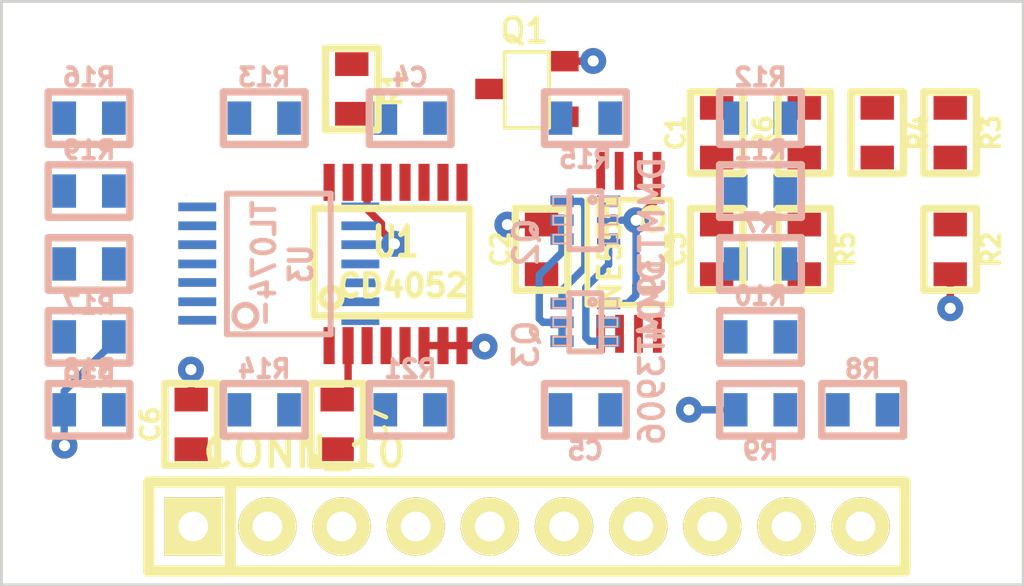
<source format=kicad_pcb>
(kicad_pcb (version 3) (host pcbnew "(2014-02-02 BZR 4653)-product")

  (general
    (links 89)
    (no_connects 77)
    (area 97.949999 73.94946 133.050001 95.60045)
    (thickness 1.6)
    (drawings 4)
    (tracks 68)
    (zones 0)
    (modules 35)
    (nets 30)
  )

  (page A3)
  (layers
    (15 F.Cu signal)
    (0 B.Cu signal)
    (16 B.Adhes user)
    (17 F.Adhes user)
    (18 B.Paste user)
    (19 F.Paste user)
    (20 B.SilkS user)
    (21 F.SilkS user)
    (22 B.Mask user)
    (23 F.Mask user)
    (24 Dwgs.User user)
    (25 Cmts.User user)
    (26 Eco1.User user)
    (27 Eco2.User user)
    (28 Edge.Cuts user)
  )

  (setup
    (last_trace_width 0.254)
    (trace_clearance 0.254)
    (zone_clearance 0.254)
    (zone_45_only no)
    (trace_min 0.254)
    (segment_width 0.2)
    (edge_width 0.1)
    (via_size 0.889)
    (via_drill 0.381)
    (via_min_size 0.889)
    (via_min_drill 0.381)
    (uvia_size 0.508)
    (uvia_drill 0.127)
    (uvias_allowed no)
    (uvia_min_size 0.508)
    (uvia_min_drill 0.127)
    (pcb_text_width 0.3)
    (pcb_text_size 1.5 1.5)
    (mod_edge_width 0.15)
    (mod_text_size 1 1)
    (mod_text_width 0.15)
    (pad_size 1.5 1.5)
    (pad_drill 0.6)
    (pad_to_mask_clearance 0)
    (aux_axis_origin 0 0)
    (visible_elements 7FFEFFFF)
    (pcbplotparams
      (layerselection 3178497)
      (usegerberextensions true)
      (excludeedgelayer true)
      (linewidth 0.150000)
      (plotframeref false)
      (viasonmask false)
      (mode 1)
      (useauxorigin false)
      (hpglpennumber 1)
      (hpglpenspeed 20)
      (hpglpendiameter 15)
      (hpglpenoverlay 2)
      (psnegative false)
      (psa4output false)
      (plotreference true)
      (plotvalue true)
      (plotothertext true)
      (plotinvisibletext false)
      (padsonsilk false)
      (subtractmaskfromsilk false)
      (outputformat 1)
      (mirror false)
      (drillshape 1)
      (scaleselection 1)
      (outputdirectory ""))
  )

  (net 0 "")
  (net 1 +12V)
  (net 2 -12V)
  (net 3 ATTACK)
  (net 4 DECAY)
  (net 5 "ENV OUT")
  (net 6 GATE)
  (net 7 GND)
  (net 8 N-0000010)
  (net 9 N-0000011)
  (net 10 N-0000012)
  (net 11 N-0000015)
  (net 12 N-0000016)
  (net 13 N-000002)
  (net 14 N-0000021)
  (net 15 N-0000022)
  (net 16 N-0000023)
  (net 17 N-0000024)
  (net 18 N-0000025)
  (net 19 N-0000027)
  (net 20 N-0000028)
  (net 21 N-0000029)
  (net 22 N-000003)
  (net 23 N-0000030)
  (net 24 N-000004)
  (net 25 N-000007)
  (net 26 N-000008)
  (net 27 N-000009)
  (net 28 RELEASE)
  (net 29 SUSTAIN)

  (net_class Default "This is the default net class."
    (clearance 0.254)
    (trace_width 0.254)
    (via_dia 0.889)
    (via_drill 0.381)
    (uvia_dia 0.508)
    (uvia_drill 0.127)
    (add_net "")
    (add_net GND)
    (add_net N-0000010)
    (add_net N-0000011)
    (add_net N-0000012)
    (add_net N-0000015)
    (add_net N-0000016)
    (add_net N-000002)
    (add_net N-0000021)
    (add_net N-0000022)
    (add_net N-0000023)
    (add_net N-0000024)
    (add_net N-0000025)
    (add_net N-0000027)
    (add_net N-0000028)
    (add_net N-0000029)
    (add_net N-000003)
    (add_net N-0000030)
    (add_net N-000004)
    (add_net N-000007)
    (add_net N-000008)
    (add_net N-000009)
  )

  (net_class POWER ""
    (clearance 0.254)
    (trace_width 0.3556)
    (via_dia 1.143)
    (via_drill 0.6096)
    (uvia_dia 0.508)
    (uvia_drill 0.127)
    (add_net +12V)
    (add_net -12V)
  )

  (net_class SIGNAL ""
    (clearance 0.254)
    (trace_width 0.254)
    (via_dia 0.889)
    (via_drill 0.381)
    (uvia_dia 0.508)
    (uvia_drill 0.127)
    (add_net ATTACK)
    (add_net DECAY)
    (add_net "ENV OUT")
    (add_net GATE)
    (add_net RELEASE)
    (add_net SUSTAIN)
  )

  (module TSSOP8-JRL (layer F.Cu) (tedit 52EC3DDF) (tstamp 52EC3E46)
    (at 119.5 82.5 180)
    (path /52EA6826)
    (attr smd)
    (fp_text reference U2 (at 0 -4.2 180) (layer F.SilkS) hide
      (effects (font (size 0.762 0.635) (thickness 0.15875)))
    )
    (fp_text value NE555 (at 0.65 -0.1 270) (layer F.SilkS)
      (effects (font (size 0.762 0.762) (thickness 0.16002)))
    )
    (fp_line (start -1.43 -1.9) (end 1.43 -1.9) (layer F.SilkS) (width 0.2))
    (fp_line (start 1.43 -1.9) (end 1.43 1.7) (layer F.SilkS) (width 0.2))
    (fp_line (start 1.43 1.7) (end -1.43 1.7) (layer F.SilkS) (width 0.2))
    (fp_line (start -1.438 1.678) (end -1.438 -1.878) (layer F.SilkS) (width 0.2))
    (fp_circle (center -0.803 1.043) (end -1.184 1.043) (layer F.SilkS) (width 0.2))
    (pad 1 smd rect (at -0.9554 2.694 180) (size 0.29972 1.30048) (layers F.Cu F.Paste F.Mask)
      (net 7 GND))
    (pad 2 smd rect (at -0.3204 2.694 180) (size 0.29972 1.30048) (layers F.Cu F.Paste F.Mask)
      (net 10 N-0000012))
    (pad 3 smd rect (at 0.34 2.694 180) (size 0.29972 1.30048) (layers F.Cu F.Paste F.Mask)
      (net 24 N-000004))
    (pad 4 smd rect (at 0.975 2.694 180) (size 0.29972 1.30048) (layers F.Cu F.Paste F.Mask)
      (net 1 +12V))
    (pad 5 smd rect (at 0.975 -2.894 180) (size 0.29972 1.30048) (layers F.Cu F.Paste F.Mask)
      (net 9 N-0000011))
    (pad 6 smd rect (at 0.3273 -2.894 180) (size 0.29972 1.30048) (layers F.Cu F.Paste F.Mask)
      (net 22 N-000003))
    (pad 7 smd rect (at -0.3204 -2.894 180) (size 0.29972 1.30048) (layers F.Cu F.Paste F.Mask))
    (pad 8 smd rect (at -0.9681 -2.894 180) (size 0.29972 1.30048) (layers F.Cu F.Paste F.Mask)
      (net 1 +12V))
    (model smd\smd_dil\tssop-14.wrl
      (at (xyz 0 0 0))
      (scale (xyz 1 1 1))
      (rotate (xyz 0 0 0))
    )
  )

  (module TSSOP16 (layer F.Cu) (tedit 4E43E09E) (tstamp 52EC3E5F)
    (at 111.5 83)
    (path /52E9DAA2)
    (attr smd)
    (fp_text reference U1 (at 0 -0.7493) (layer F.SilkS)
      (effects (font (size 1.016 0.762) (thickness 0.1905)))
    )
    (fp_text value CD4052 (at 0.24892 0.7493) (layer F.SilkS)
      (effects (font (size 0.762 0.762) (thickness 0.1905)))
    )
    (fp_line (start -2.794 -1.905) (end 2.54 -1.905) (layer F.SilkS) (width 0.254))
    (fp_line (start 2.54 -1.905) (end 2.54 1.778) (layer F.SilkS) (width 0.254))
    (fp_line (start 2.54 1.778) (end -2.794 1.778) (layer F.SilkS) (width 0.254))
    (fp_line (start -2.794 1.778) (end -2.794 -1.905) (layer F.SilkS) (width 0.254))
    (fp_circle (center -2.20218 1.15824) (end -2.40538 1.41224) (layer F.SilkS) (width 0.254))
    (pad 1 smd rect (at -2.27584 2.79908) (size 0.381 1.27) (layers F.Cu F.Paste F.Mask)
      (net 4 DECAY))
    (pad 2 smd rect (at -1.6256 2.79908) (size 0.381 1.27) (layers F.Cu F.Paste F.Mask)
      (net 7 GND))
    (pad 3 smd rect (at -0.97536 2.79908) (size 0.381 1.27) (layers F.Cu F.Paste F.Mask)
      (net 26 N-000008))
    (pad 4 smd rect (at -0.32512 2.79908) (size 0.381 1.27) (layers F.Cu F.Paste F.Mask)
      (net 28 RELEASE))
    (pad 5 smd rect (at 0.32512 2.79908) (size 0.381 1.27) (layers F.Cu F.Paste F.Mask)
      (net 28 RELEASE))
    (pad 6 smd rect (at 0.97536 2.79908) (size 0.381 1.27) (layers F.Cu F.Paste F.Mask)
      (net 7 GND))
    (pad 7 smd rect (at 1.6256 2.79908) (size 0.381 1.27) (layers F.Cu F.Paste F.Mask)
      (net 7 GND))
    (pad 8 smd rect (at 2.27584 2.79908) (size 0.381 1.27) (layers F.Cu F.Paste F.Mask)
      (net 7 GND))
    (pad 9 smd rect (at 2.27584 -2.79908) (size 0.381 1.27) (layers F.Cu F.Paste F.Mask)
      (net 24 N-000004))
    (pad 10 smd rect (at 1.6256 -2.79908) (size 0.381 1.27) (layers F.Cu F.Paste F.Mask)
      (net 8 N-0000010))
    (pad 11 smd rect (at 0.97536 -2.79908) (size 0.381 1.27) (layers F.Cu F.Paste F.Mask)
      (net 7 GND))
    (pad 12 smd rect (at 0.32512 -2.79908) (size 0.381 1.27) (layers F.Cu F.Paste F.Mask)
      (net 29 SUSTAIN))
    (pad 13 smd rect (at -0.32512 -2.79908) (size 0.381 1.27) (layers F.Cu F.Paste F.Mask)
      (net 17 N-0000024))
    (pad 14 smd rect (at -0.97536 -2.79908) (size 0.381 1.27) (layers F.Cu F.Paste F.Mask)
      (net 7 GND))
    (pad 15 smd rect (at -1.6256 -2.79908) (size 0.381 1.27) (layers F.Cu F.Paste F.Mask)
      (net 21 N-0000029))
    (pad 16 smd rect (at -2.27584 -2.79908) (size 0.381 1.27) (layers F.Cu F.Paste F.Mask)
      (net 1 +12V))
    (model smd\smd_dil\tssop-16.wrl
      (at (xyz 0 0 0))
      (scale (xyz 1 1 1))
      (rotate (xyz 0 0 0))
    )
  )

  (module TSSOP14 (layer B.Cu) (tedit 4E43F187) (tstamp 52EC3E76)
    (at 107.5 83 90)
    (path /52E9CC88)
    (attr smd)
    (fp_text reference U3 (at 0 0.762 90) (layer B.SilkS)
      (effects (font (size 0.762 0.635) (thickness 0.16002)) (justify mirror))
    )
    (fp_text value TL074- (at 0 -0.508 90) (layer B.SilkS)
      (effects (font (size 0.762 0.762) (thickness 0.16002)) (justify mirror))
    )
    (fp_line (start -2.413 1.778) (end 2.413 1.778) (layer B.SilkS) (width 0.2032))
    (fp_line (start 2.413 1.778) (end 2.413 -1.778) (layer B.SilkS) (width 0.2032))
    (fp_line (start 2.413 -1.778) (end -2.413 -1.778) (layer B.SilkS) (width 0.2032))
    (fp_line (start -2.413 -1.778) (end -2.413 1.778) (layer B.SilkS) (width 0.2032))
    (fp_circle (center -1.778 -1.143) (end -2.159 -1.143) (layer B.SilkS) (width 0.2032))
    (pad 1 smd rect (at -1.9304 -2.794 90) (size 0.29972 1.30048) (layers B.Cu B.Paste B.Mask)
      (net 22 N-000003))
    (pad 2 smd rect (at -1.2954 -2.794 90) (size 0.29972 1.30048) (layers B.Cu B.Paste B.Mask)
      (net 13 N-000002))
    (pad 3 smd rect (at -0.635 -2.794 90) (size 0.29972 1.30048) (layers B.Cu B.Paste B.Mask)
      (net 20 N-0000028))
    (pad 4 smd rect (at 0 -2.794 90) (size 0.29972 1.30048) (layers B.Cu B.Paste B.Mask)
      (net 1 +12V))
    (pad 5 smd rect (at 0.6604 -2.794 90) (size 0.29972 1.30048) (layers B.Cu B.Paste B.Mask)
      (net 23 N-0000030))
    (pad 6 smd rect (at 1.3081 -2.794 90) (size 0.29972 1.30048) (layers B.Cu B.Paste B.Mask)
      (net 16 N-0000023))
    (pad 7 smd rect (at 1.9558 -2.794 90) (size 0.29972 1.30048) (layers B.Cu B.Paste B.Mask)
      (net 18 N-0000025))
    (pad 8 smd rect (at 1.9558 2.794 90) (size 0.29972 1.30048) (layers B.Cu B.Paste B.Mask)
      (net 15 N-0000022))
    (pad 9 smd rect (at 1.3081 2.794 90) (size 0.29972 1.30048) (layers B.Cu B.Paste B.Mask)
      (net 14 N-0000021))
    (pad 10 smd rect (at 0.6604 2.794 90) (size 0.29972 1.30048) (layers B.Cu B.Paste B.Mask)
      (net 7 GND))
    (pad 11 smd rect (at 0 2.794 90) (size 0.29972 1.30048) (layers B.Cu B.Paste B.Mask)
      (net 2 -12V))
    (pad 12 smd rect (at -0.6477 2.794 90) (size 0.29972 1.30048) (layers B.Cu B.Paste B.Mask)
      (net 7 GND))
    (pad 13 smd rect (at -1.2954 2.794 90) (size 0.29972 1.30048) (layers B.Cu B.Paste B.Mask)
      (net 19 N-0000027))
    (pad 14 smd rect (at -1.9431 2.794 90) (size 0.29972 1.30048) (layers B.Cu B.Paste B.Mask)
      (net 20 N-0000028))
    (model smd\smd_dil\tssop-14.wrl
      (at (xyz 0 0 0))
      (scale (xyz 1 1 1))
      (rotate (xyz 0 0 0))
    )
  )

  (module SOT363-JRL (layer B.Cu) (tedit 512395CF) (tstamp 52EFBA56)
    (at 118 85 270)
    (descr "SMALL OUTLINE TRANSISTOR; 6 LEADS")
    (tags "SMALL OUTLINE TRANSISTOR; 6 LEADS")
    (path /52EA83F8)
    (attr smd)
    (fp_text reference Q3 (at 0.762 2.032 270) (layer B.SilkS)
      (effects (font (size 0.8128 0.8128) (thickness 0.1524)) (justify mirror))
    )
    (fp_text value DMMT3906 (at 1.016 -2.286 270) (layer B.SilkS)
      (effects (font (size 0.8128 0.8128) (thickness 0.1524)) (justify mirror))
    )
    (fp_line (start -0.79756 -1.09982) (end -0.49784 -1.09982) (layer B.SilkS) (width 0.06604))
    (fp_line (start -0.49784 -1.09982) (end -0.49784 -0.59944) (layer B.SilkS) (width 0.06604))
    (fp_line (start -0.79756 -0.59944) (end -0.49784 -0.59944) (layer B.SilkS) (width 0.06604))
    (fp_line (start -0.79756 -1.09982) (end -0.79756 -0.59944) (layer B.SilkS) (width 0.06604))
    (fp_line (start -0.14986 -1.09982) (end 0.14986 -1.09982) (layer B.SilkS) (width 0.06604))
    (fp_line (start 0.14986 -1.09982) (end 0.14986 -0.59944) (layer B.SilkS) (width 0.06604))
    (fp_line (start -0.14986 -0.59944) (end 0.14986 -0.59944) (layer B.SilkS) (width 0.06604))
    (fp_line (start -0.14986 -1.09982) (end -0.14986 -0.59944) (layer B.SilkS) (width 0.06604))
    (fp_line (start 0.49784 -1.09982) (end 0.79756 -1.09982) (layer B.SilkS) (width 0.06604))
    (fp_line (start 0.79756 -1.09982) (end 0.79756 -0.59944) (layer B.SilkS) (width 0.06604))
    (fp_line (start 0.49784 -0.59944) (end 0.79756 -0.59944) (layer B.SilkS) (width 0.06604))
    (fp_line (start 0.49784 -1.09982) (end 0.49784 -0.59944) (layer B.SilkS) (width 0.06604))
    (fp_line (start 0.49784 0.59944) (end 0.79756 0.59944) (layer B.SilkS) (width 0.06604))
    (fp_line (start 0.79756 0.59944) (end 0.79756 1.09982) (layer B.SilkS) (width 0.06604))
    (fp_line (start 0.49784 1.09982) (end 0.79756 1.09982) (layer B.SilkS) (width 0.06604))
    (fp_line (start 0.49784 0.59944) (end 0.49784 1.09982) (layer B.SilkS) (width 0.06604))
    (fp_line (start -0.14986 0.59944) (end 0.14986 0.59944) (layer B.SilkS) (width 0.06604))
    (fp_line (start 0.14986 0.59944) (end 0.14986 1.09982) (layer B.SilkS) (width 0.06604))
    (fp_line (start -0.14986 1.09982) (end 0.14986 1.09982) (layer B.SilkS) (width 0.06604))
    (fp_line (start -0.14986 0.59944) (end -0.14986 1.09982) (layer B.SilkS) (width 0.06604))
    (fp_line (start -0.79756 0.59944) (end -0.49784 0.59944) (layer B.SilkS) (width 0.06604))
    (fp_line (start -0.49784 0.59944) (end -0.49784 1.09982) (layer B.SilkS) (width 0.06604))
    (fp_line (start -0.79756 1.09982) (end -0.49784 1.09982) (layer B.SilkS) (width 0.06604))
    (fp_line (start -0.79756 0.59944) (end -0.79756 1.09982) (layer B.SilkS) (width 0.06604))
    (fp_line (start -0.99822 0.54864) (end 0.99822 0.54864) (layer B.SilkS) (width 0.2032))
    (fp_line (start 0.99822 0.54864) (end 0.99822 -0.54864) (layer B.SilkS) (width 0.2032))
    (fp_line (start 0.99822 -0.54864) (end -0.99822 -0.54864) (layer B.SilkS) (width 0.2032))
    (fp_line (start -0.99822 -0.54864) (end -0.99822 0.54864) (layer B.SilkS) (width 0.2032))
    (fp_circle (center -0.6985 -0.24892) (end -0.77216 -0.32258) (layer B.SilkS) (width 0.1524))
    (pad 1 smd rect (at -0.6477 -0.79756 270) (size 0.39878 0.79756) (layers B.Cu B.Paste B.Mask)
      (net 7 GND))
    (pad 2 smd rect (at 0 -0.79756 270) (size 0.39878 0.79756) (layers B.Cu B.Paste B.Mask)
      (net 25 N-000007))
    (pad 3 smd rect (at 0.6477 -0.79756 270) (size 0.39878 0.79756) (layers B.Cu B.Paste B.Mask)
      (net 19 N-0000027))
    (pad 4 smd rect (at 0.6477 0.79756 270) (size 0.39878 0.79756) (layers B.Cu B.Paste B.Mask)
      (net 11 N-0000015))
    (pad 5 smd rect (at 0 0.79756 270) (size 0.39878 0.79756) (layers B.Cu B.Paste B.Mask)
      (net 11 N-0000015))
    (pad 6 smd rect (at -0.6477 0.79756 270) (size 0.39878 0.79756) (layers B.Cu B.Paste B.Mask)
      (net 14 N-0000021))
  )

  (module SOT363-JRL (layer B.Cu) (tedit 512395CF) (tstamp 52EFBA7E)
    (at 118 81.5 270)
    (descr "SMALL OUTLINE TRANSISTOR; 6 LEADS")
    (tags "SMALL OUTLINE TRANSISTOR; 6 LEADS")
    (path /52EA83E9)
    (attr smd)
    (fp_text reference Q2 (at 0.762 2.032 270) (layer B.SilkS)
      (effects (font (size 0.8128 0.8128) (thickness 0.1524)) (justify mirror))
    )
    (fp_text value DMMT3904 (at 1.016 -2.286 270) (layer B.SilkS)
      (effects (font (size 0.8128 0.8128) (thickness 0.1524)) (justify mirror))
    )
    (fp_line (start -0.79756 -1.09982) (end -0.49784 -1.09982) (layer B.SilkS) (width 0.06604))
    (fp_line (start -0.49784 -1.09982) (end -0.49784 -0.59944) (layer B.SilkS) (width 0.06604))
    (fp_line (start -0.79756 -0.59944) (end -0.49784 -0.59944) (layer B.SilkS) (width 0.06604))
    (fp_line (start -0.79756 -1.09982) (end -0.79756 -0.59944) (layer B.SilkS) (width 0.06604))
    (fp_line (start -0.14986 -1.09982) (end 0.14986 -1.09982) (layer B.SilkS) (width 0.06604))
    (fp_line (start 0.14986 -1.09982) (end 0.14986 -0.59944) (layer B.SilkS) (width 0.06604))
    (fp_line (start -0.14986 -0.59944) (end 0.14986 -0.59944) (layer B.SilkS) (width 0.06604))
    (fp_line (start -0.14986 -1.09982) (end -0.14986 -0.59944) (layer B.SilkS) (width 0.06604))
    (fp_line (start 0.49784 -1.09982) (end 0.79756 -1.09982) (layer B.SilkS) (width 0.06604))
    (fp_line (start 0.79756 -1.09982) (end 0.79756 -0.59944) (layer B.SilkS) (width 0.06604))
    (fp_line (start 0.49784 -0.59944) (end 0.79756 -0.59944) (layer B.SilkS) (width 0.06604))
    (fp_line (start 0.49784 -1.09982) (end 0.49784 -0.59944) (layer B.SilkS) (width 0.06604))
    (fp_line (start 0.49784 0.59944) (end 0.79756 0.59944) (layer B.SilkS) (width 0.06604))
    (fp_line (start 0.79756 0.59944) (end 0.79756 1.09982) (layer B.SilkS) (width 0.06604))
    (fp_line (start 0.49784 1.09982) (end 0.79756 1.09982) (layer B.SilkS) (width 0.06604))
    (fp_line (start 0.49784 0.59944) (end 0.49784 1.09982) (layer B.SilkS) (width 0.06604))
    (fp_line (start -0.14986 0.59944) (end 0.14986 0.59944) (layer B.SilkS) (width 0.06604))
    (fp_line (start 0.14986 0.59944) (end 0.14986 1.09982) (layer B.SilkS) (width 0.06604))
    (fp_line (start -0.14986 1.09982) (end 0.14986 1.09982) (layer B.SilkS) (width 0.06604))
    (fp_line (start -0.14986 0.59944) (end -0.14986 1.09982) (layer B.SilkS) (width 0.06604))
    (fp_line (start -0.79756 0.59944) (end -0.49784 0.59944) (layer B.SilkS) (width 0.06604))
    (fp_line (start -0.49784 0.59944) (end -0.49784 1.09982) (layer B.SilkS) (width 0.06604))
    (fp_line (start -0.79756 1.09982) (end -0.49784 1.09982) (layer B.SilkS) (width 0.06604))
    (fp_line (start -0.79756 0.59944) (end -0.79756 1.09982) (layer B.SilkS) (width 0.06604))
    (fp_line (start -0.99822 0.54864) (end 0.99822 0.54864) (layer B.SilkS) (width 0.2032))
    (fp_line (start 0.99822 0.54864) (end 0.99822 -0.54864) (layer B.SilkS) (width 0.2032))
    (fp_line (start 0.99822 -0.54864) (end -0.99822 -0.54864) (layer B.SilkS) (width 0.2032))
    (fp_line (start -0.99822 -0.54864) (end -0.99822 0.54864) (layer B.SilkS) (width 0.2032))
    (fp_circle (center -0.6985 -0.24892) (end -0.77216 -0.32258) (layer B.SilkS) (width 0.1524))
    (pad 1 smd rect (at -0.6477 -0.79756 270) (size 0.39878 0.79756) (layers B.Cu B.Paste B.Mask)
      (net 12 N-0000016))
    (pad 2 smd rect (at 0 -0.79756 270) (size 0.39878 0.79756) (layers B.Cu B.Paste B.Mask)
      (net 7 GND))
    (pad 3 smd rect (at 0.6477 -0.79756 270) (size 0.39878 0.79756) (layers B.Cu B.Paste B.Mask)
      (net 19 N-0000027))
    (pad 4 smd rect (at 0.6477 0.79756 270) (size 0.39878 0.79756) (layers B.Cu B.Paste B.Mask)
      (net 11 N-0000015))
    (pad 5 smd rect (at 0 0.79756 270) (size 0.39878 0.79756) (layers B.Cu B.Paste B.Mask)
      (net 11 N-0000015))
    (pad 6 smd rect (at -0.6477 0.79756 270) (size 0.39878 0.79756) (layers B.Cu B.Paste B.Mask)
      (net 14 N-0000021))
  )

  (module SOT23-JRL (layer F.Cu) (tedit 5281A378) (tstamp 52EF2878)
    (at 116 77 90)
    (tags SOT23)
    (path /52EA6833)
    (fp_text reference Q1 (at 1.99898 -0.09906 180) (layer F.SilkS)
      (effects (font (size 0.8128 0.8128) (thickness 0.1524)))
    )
    (fp_text value 2N3904 (at 0.0635 0 90) (layer F.SilkS) hide
      (effects (font (size 0.8128 0.8128) (thickness 0.1524)))
    )
    (fp_line (start 1.27 0.762) (end -1.3335 0.762) (layer F.SilkS) (width 0.127))
    (fp_line (start -1.3335 0.762) (end -1.3335 -0.762) (layer F.SilkS) (width 0.127))
    (fp_line (start -1.3335 -0.762) (end 1.27 -0.762) (layer F.SilkS) (width 0.127))
    (fp_line (start 1.27 -0.762) (end 1.27 0.762) (layer F.SilkS) (width 0.127))
    (pad 3 smd rect (at 0 -1.27 90) (size 0.70104 1.00076) (layers F.Cu F.Paste F.Mask)
      (net 8 N-0000010))
    (pad 1 smd rect (at 0.9525 1.27 90) (size 0.70104 1.00076) (layers F.Cu F.Paste F.Mask)
      (net 7 GND))
    (pad 2 smd rect (at -0.9525 1.27 90) (size 0.70104 1.00076) (layers F.Cu F.Paste F.Mask)
      (net 27 N-000009))
    (model smd/SOT23_6.wrl
      (at (xyz 0 0 0))
      (scale (xyz 0.11 0.11 0.11))
      (rotate (xyz 0 0 -180))
    )
  )

  (module SM0603-JRL (layer B.Cu) (tedit 528C3246) (tstamp 52EC3ED9)
    (at 124 88)
    (path /52EA8356)
    (attr smd)
    (fp_text reference R9 (at 0 1.4) (layer B.SilkS)
      (effects (font (size 0.6096 0.6096) (thickness 0.1524)) (justify mirror))
    )
    (fp_text value 2.2K (at 0 0) (layer B.SilkS) hide
      (effects (font (size 0.508 0.4572) (thickness 0.1143)) (justify mirror))
    )
    (fp_line (start -1.4 -0.9) (end 1.4 -0.9) (layer B.SilkS) (width 0.254))
    (fp_line (start 1.4 -0.9) (end 1.4 0.9) (layer B.SilkS) (width 0.254))
    (fp_line (start 1.4 0.9) (end -1.4 0.9) (layer B.SilkS) (width 0.254))
    (fp_line (start -1.4 0.9) (end -1.4 -0.9) (layer B.SilkS) (width 0.254))
    (pad 1 smd rect (at -0.8509 0) (size 0.8128 1.143) (layers B.Cu B.Paste B.Mask)
      (net 7 GND))
    (pad 2 smd rect (at 0.8509 0) (size 0.8128 1.143) (layers B.Cu B.Paste B.Mask)
      (net 25 N-000007))
    (model smd\resistors\R0603.wrl
      (at (xyz 0 0 0.001))
      (scale (xyz 0.5 0.5 0.5))
      (rotate (xyz 0 0 0))
    )
  )

  (module SM0603-JRL (layer F.Cu) (tedit 528C3246) (tstamp 52EF286C)
    (at 128 78.5 270)
    (path /52EA68F7)
    (attr smd)
    (fp_text reference R4 (at 0 -1.4 270) (layer F.SilkS)
      (effects (font (size 0.6096 0.6096) (thickness 0.1524)))
    )
    (fp_text value 330K (at 0 0 270) (layer F.SilkS) hide
      (effects (font (size 0.508 0.4572) (thickness 0.1143)))
    )
    (fp_line (start -1.4 0.9) (end 1.4 0.9) (layer F.SilkS) (width 0.254))
    (fp_line (start 1.4 0.9) (end 1.4 -0.9) (layer F.SilkS) (width 0.254))
    (fp_line (start 1.4 -0.9) (end -1.4 -0.9) (layer F.SilkS) (width 0.254))
    (fp_line (start -1.4 -0.9) (end -1.4 0.9) (layer F.SilkS) (width 0.254))
    (pad 1 smd rect (at -0.8509 0 270) (size 0.8128 1.143) (layers F.Cu F.Paste F.Mask)
      (net 27 N-000009))
    (pad 2 smd rect (at 0.8509 0 270) (size 0.8128 1.143) (layers F.Cu F.Paste F.Mask)
      (net 2 -12V))
    (model smd\resistors\R0603.wrl
      (at (xyz 0 0 0.001))
      (scale (xyz 0.5 0.5 0.5))
      (rotate (xyz 0 0 0))
    )
  )

  (module SM0603-JRL (layer F.Cu) (tedit 528C3246) (tstamp 52EC3EED)
    (at 122.5 78.5 90)
    (path /52EA6BA1)
    (attr smd)
    (fp_text reference C1 (at 0 -1.4 90) (layer F.SilkS)
      (effects (font (size 0.6096 0.6096) (thickness 0.1524)))
    )
    (fp_text value 100n (at 0 0 90) (layer F.SilkS) hide
      (effects (font (size 0.508 0.4572) (thickness 0.1143)))
    )
    (fp_line (start -1.4 0.9) (end 1.4 0.9) (layer F.SilkS) (width 0.254))
    (fp_line (start 1.4 0.9) (end 1.4 -0.9) (layer F.SilkS) (width 0.254))
    (fp_line (start 1.4 -0.9) (end -1.4 -0.9) (layer F.SilkS) (width 0.254))
    (fp_line (start -1.4 -0.9) (end -1.4 0.9) (layer F.SilkS) (width 0.254))
    (pad 1 smd rect (at -0.8509 0 90) (size 0.8128 1.143) (layers F.Cu F.Paste F.Mask)
      (net 8 N-0000010))
    (pad 2 smd rect (at 0.8509 0 90) (size 0.8128 1.143) (layers F.Cu F.Paste F.Mask)
      (net 10 N-0000012))
    (model smd\resistors\R0603.wrl
      (at (xyz 0 0 0.001))
      (scale (xyz 0.5 0.5 0.5))
      (rotate (xyz 0 0 0))
    )
  )

  (module SM0603-JRL (layer F.Cu) (tedit 528C3246) (tstamp 52EC3EF7)
    (at 125.5 78.5 90)
    (path /52EA6BBB)
    (attr smd)
    (fp_text reference R6 (at 0 -1.4 90) (layer F.SilkS)
      (effects (font (size 0.6096 0.6096) (thickness 0.1524)))
    )
    (fp_text value 10K (at 0 0 90) (layer F.SilkS) hide
      (effects (font (size 0.508 0.4572) (thickness 0.1143)))
    )
    (fp_line (start -1.4 0.9) (end 1.4 0.9) (layer F.SilkS) (width 0.254))
    (fp_line (start 1.4 0.9) (end 1.4 -0.9) (layer F.SilkS) (width 0.254))
    (fp_line (start 1.4 -0.9) (end -1.4 -0.9) (layer F.SilkS) (width 0.254))
    (fp_line (start -1.4 -0.9) (end -1.4 0.9) (layer F.SilkS) (width 0.254))
    (pad 1 smd rect (at -0.8509 0 90) (size 0.8128 1.143) (layers F.Cu F.Paste F.Mask)
      (net 1 +12V))
    (pad 2 smd rect (at 0.8509 0 90) (size 0.8128 1.143) (layers F.Cu F.Paste F.Mask)
      (net 10 N-0000012))
    (model smd\resistors\R0603.wrl
      (at (xyz 0 0 0.001))
      (scale (xyz 0.5 0.5 0.5))
      (rotate (xyz 0 0 0))
    )
  )

  (module SM0603-JRL (layer F.Cu) (tedit 528C3246) (tstamp 52EC3F01)
    (at 116.5 82.5 90)
    (path /52EA7373)
    (attr smd)
    (fp_text reference C2 (at 0 -1.4 90) (layer F.SilkS)
      (effects (font (size 0.6096 0.6096) (thickness 0.1524)))
    )
    (fp_text value 0.01μ (at 0 0 90) (layer F.SilkS) hide
      (effects (font (size 0.508 0.4572) (thickness 0.1143)))
    )
    (fp_line (start -1.4 0.9) (end 1.4 0.9) (layer F.SilkS) (width 0.254))
    (fp_line (start 1.4 0.9) (end 1.4 -0.9) (layer F.SilkS) (width 0.254))
    (fp_line (start 1.4 -0.9) (end -1.4 -0.9) (layer F.SilkS) (width 0.254))
    (fp_line (start -1.4 -0.9) (end -1.4 0.9) (layer F.SilkS) (width 0.254))
    (pad 1 smd rect (at -0.8509 0 90) (size 0.8128 1.143) (layers F.Cu F.Paste F.Mask)
      (net 9 N-0000011))
    (pad 2 smd rect (at 0.8509 0 90) (size 0.8128 1.143) (layers F.Cu F.Paste F.Mask)
      (net 7 GND))
    (model smd\resistors\R0603.wrl
      (at (xyz 0 0 0.001))
      (scale (xyz 0.5 0.5 0.5))
      (rotate (xyz 0 0 0))
    )
  )

  (module SM0603-JRL (layer B.Cu) (tedit 528C3246) (tstamp 52EC3F0B)
    (at 107 88 180)
    (path /52EA7939)
    (attr smd)
    (fp_text reference R14 (at 0 1.4 180) (layer B.SilkS)
      (effects (font (size 0.6096 0.6096) (thickness 0.1524)) (justify mirror))
    )
    (fp_text value 56K** (at 0 0 180) (layer B.SilkS) hide
      (effects (font (size 0.508 0.4572) (thickness 0.1143)) (justify mirror))
    )
    (fp_line (start -1.4 -0.9) (end 1.4 -0.9) (layer B.SilkS) (width 0.254))
    (fp_line (start 1.4 -0.9) (end 1.4 0.9) (layer B.SilkS) (width 0.254))
    (fp_line (start 1.4 0.9) (end -1.4 0.9) (layer B.SilkS) (width 0.254))
    (fp_line (start -1.4 0.9) (end -1.4 -0.9) (layer B.SilkS) (width 0.254))
    (pad 1 smd rect (at -0.8509 0 180) (size 0.8128 1.143) (layers B.Cu B.Paste B.Mask)
      (net 22 N-000003))
    (pad 2 smd rect (at 0.8509 0 180) (size 0.8128 1.143) (layers B.Cu B.Paste B.Mask)
      (net 13 N-000002))
    (model smd\resistors\R0603.wrl
      (at (xyz 0 0 0.001))
      (scale (xyz 0.5 0.5 0.5))
      (rotate (xyz 0 0 0))
    )
  )

  (module SM0603-JRL (layer B.Cu) (tedit 528C3246) (tstamp 52EC3F15)
    (at 101 88 180)
    (path /52EA793F)
    (attr smd)
    (fp_text reference R18 (at 0 1.4 180) (layer B.SilkS)
      (effects (font (size 0.6096 0.6096) (thickness 0.1524)) (justify mirror))
    )
    (fp_text value 100K (at 0 0 180) (layer B.SilkS) hide
      (effects (font (size 0.508 0.4572) (thickness 0.1143)) (justify mirror))
    )
    (fp_line (start -1.4 -0.9) (end 1.4 -0.9) (layer B.SilkS) (width 0.254))
    (fp_line (start 1.4 -0.9) (end 1.4 0.9) (layer B.SilkS) (width 0.254))
    (fp_line (start 1.4 0.9) (end -1.4 0.9) (layer B.SilkS) (width 0.254))
    (fp_line (start -1.4 0.9) (end -1.4 -0.9) (layer B.SilkS) (width 0.254))
    (pad 1 smd rect (at -0.8509 0 180) (size 0.8128 1.143) (layers B.Cu B.Paste B.Mask)
      (net 13 N-000002))
    (pad 2 smd rect (at 0.8509 0 180) (size 0.8128 1.143) (layers B.Cu B.Paste B.Mask)
      (net 7 GND))
    (model smd\resistors\R0603.wrl
      (at (xyz 0 0 0.001))
      (scale (xyz 0.5 0.5 0.5))
      (rotate (xyz 0 0 0))
    )
  )

  (module SM0603-JRL (layer F.Cu) (tedit 528C3246) (tstamp 52EC3F1F)
    (at 122.5 82.5 90)
    (path /52EC40BB)
    (attr smd)
    (fp_text reference C3 (at 0 -1.4 90) (layer F.SilkS)
      (effects (font (size 0.6096 0.6096) (thickness 0.1524)))
    )
    (fp_text value 100n (at 0 0 90) (layer F.SilkS) hide
      (effects (font (size 0.508 0.4572) (thickness 0.1143)))
    )
    (fp_line (start -1.4 0.9) (end 1.4 0.9) (layer F.SilkS) (width 0.254))
    (fp_line (start 1.4 0.9) (end 1.4 -0.9) (layer F.SilkS) (width 0.254))
    (fp_line (start 1.4 -0.9) (end -1.4 -0.9) (layer F.SilkS) (width 0.254))
    (fp_line (start -1.4 -0.9) (end -1.4 0.9) (layer F.SilkS) (width 0.254))
    (pad 1 smd rect (at -0.8509 0 90) (size 0.8128 1.143) (layers F.Cu F.Paste F.Mask)
      (net 1 +12V))
    (pad 2 smd rect (at 0.8509 0 90) (size 0.8128 1.143) (layers F.Cu F.Paste F.Mask)
      (net 7 GND))
    (model smd\resistors\R0603.wrl
      (at (xyz 0 0 0.001))
      (scale (xyz 0.5 0.5 0.5))
      (rotate (xyz 0 0 0))
    )
  )

  (module SM0603-JRL (layer B.Cu) (tedit 528C3246) (tstamp 52EF2814)
    (at 124 85.5 180)
    (path /52EA835C)
    (attr smd)
    (fp_text reference R10 (at 0 1.4 180) (layer B.SilkS)
      (effects (font (size 0.6096 0.6096) (thickness 0.1524)) (justify mirror))
    )
    (fp_text value 270K (at 0 0 180) (layer B.SilkS) hide
      (effects (font (size 0.508 0.4572) (thickness 0.1143)) (justify mirror))
    )
    (fp_line (start -1.4 -0.9) (end 1.4 -0.9) (layer B.SilkS) (width 0.254))
    (fp_line (start 1.4 -0.9) (end 1.4 0.9) (layer B.SilkS) (width 0.254))
    (fp_line (start 1.4 0.9) (end -1.4 0.9) (layer B.SilkS) (width 0.254))
    (fp_line (start -1.4 0.9) (end -1.4 -0.9) (layer B.SilkS) (width 0.254))
    (pad 1 smd rect (at -0.8509 0 180) (size 0.8128 1.143) (layers B.Cu B.Paste B.Mask)
      (net 2 -12V))
    (pad 2 smd rect (at 0.8509 0 180) (size 0.8128 1.143) (layers B.Cu B.Paste B.Mask)
      (net 25 N-000007))
    (model smd\resistors\R0603.wrl
      (at (xyz 0 0 0.001))
      (scale (xyz 0.5 0.5 0.5))
      (rotate (xyz 0 0 0))
    )
  )

  (module SM0603-JRL (layer B.Cu) (tedit 528C3246) (tstamp 52EC3F33)
    (at 124 83 180)
    (path /52EA8929)
    (attr smd)
    (fp_text reference R7 (at 0 1.4 180) (layer B.SilkS)
      (effects (font (size 0.6096 0.6096) (thickness 0.1524)) (justify mirror))
    )
    (fp_text value 43K** (at 0 0 180) (layer B.SilkS) hide
      (effects (font (size 0.508 0.4572) (thickness 0.1143)) (justify mirror))
    )
    (fp_line (start -1.4 -0.9) (end 1.4 -0.9) (layer B.SilkS) (width 0.254))
    (fp_line (start 1.4 -0.9) (end 1.4 0.9) (layer B.SilkS) (width 0.254))
    (fp_line (start 1.4 0.9) (end -1.4 0.9) (layer B.SilkS) (width 0.254))
    (fp_line (start -1.4 0.9) (end -1.4 -0.9) (layer B.SilkS) (width 0.254))
    (pad 1 smd rect (at -0.8509 0 180) (size 0.8128 1.143) (layers B.Cu B.Paste B.Mask)
      (net 3 ATTACK))
    (pad 2 smd rect (at 0.8509 0 180) (size 0.8128 1.143) (layers B.Cu B.Paste B.Mask)
      (net 12 N-0000016))
    (model smd\resistors\R0603.wrl
      (at (xyz 0 0 0.001))
      (scale (xyz 0.5 0.5 0.5))
      (rotate (xyz 0 0 0))
    )
  )

  (module SM0603-JRL (layer B.Cu) (tedit 528C3246) (tstamp 52EF282A)
    (at 124 80.5 180)
    (path /52EA893B)
    (attr smd)
    (fp_text reference R11 (at 0 1.4 180) (layer B.SilkS)
      (effects (font (size 0.6096 0.6096) (thickness 0.1524)) (justify mirror))
    )
    (fp_text value 2.2K (at 0 0 180) (layer B.SilkS) hide
      (effects (font (size 0.508 0.4572) (thickness 0.1143)) (justify mirror))
    )
    (fp_line (start -1.4 -0.9) (end 1.4 -0.9) (layer B.SilkS) (width 0.254))
    (fp_line (start 1.4 -0.9) (end 1.4 0.9) (layer B.SilkS) (width 0.254))
    (fp_line (start 1.4 0.9) (end -1.4 0.9) (layer B.SilkS) (width 0.254))
    (fp_line (start -1.4 0.9) (end -1.4 -0.9) (layer B.SilkS) (width 0.254))
    (pad 1 smd rect (at -0.8509 0 180) (size 0.8128 1.143) (layers B.Cu B.Paste B.Mask)
      (net 7 GND))
    (pad 2 smd rect (at 0.8509 0 180) (size 0.8128 1.143) (layers B.Cu B.Paste B.Mask)
      (net 12 N-0000016))
    (model smd\resistors\R0603.wrl
      (at (xyz 0 0 0.001))
      (scale (xyz 0.5 0.5 0.5))
      (rotate (xyz 0 0 0))
    )
  )

  (module SM0603-JRL (layer B.Cu) (tedit 528C3246) (tstamp 52EF281F)
    (at 124 78 180)
    (path /52EA8941)
    (attr smd)
    (fp_text reference R12 (at 0 1.4 180) (layer B.SilkS)
      (effects (font (size 0.6096 0.6096) (thickness 0.1524)) (justify mirror))
    )
    (fp_text value 270K (at 0 0 180) (layer B.SilkS) hide
      (effects (font (size 0.508 0.4572) (thickness 0.1143)) (justify mirror))
    )
    (fp_line (start -1.4 -0.9) (end 1.4 -0.9) (layer B.SilkS) (width 0.254))
    (fp_line (start 1.4 -0.9) (end 1.4 0.9) (layer B.SilkS) (width 0.254))
    (fp_line (start 1.4 0.9) (end -1.4 0.9) (layer B.SilkS) (width 0.254))
    (fp_line (start -1.4 0.9) (end -1.4 -0.9) (layer B.SilkS) (width 0.254))
    (pad 1 smd rect (at -0.8509 0 180) (size 0.8128 1.143) (layers B.Cu B.Paste B.Mask)
      (net 2 -12V))
    (pad 2 smd rect (at 0.8509 0 180) (size 0.8128 1.143) (layers B.Cu B.Paste B.Mask)
      (net 12 N-0000016))
    (model smd\resistors\R0603.wrl
      (at (xyz 0 0 0.001))
      (scale (xyz 0.5 0.5 0.5))
      (rotate (xyz 0 0 0))
    )
  )

  (module SM0603-JRL (layer F.Cu) (tedit 528C3246) (tstamp 52ED3764)
    (at 130.5 82.5 270)
    (path /52EA68F1)
    (attr smd)
    (fp_text reference R2 (at 0 -1.4 270) (layer F.SilkS)
      (effects (font (size 0.6096 0.6096) (thickness 0.1524)))
    )
    (fp_text value 100K (at 0 0 270) (layer F.SilkS) hide
      (effects (font (size 0.508 0.4572) (thickness 0.1143)))
    )
    (fp_line (start -1.4 0.9) (end 1.4 0.9) (layer F.SilkS) (width 0.254))
    (fp_line (start 1.4 0.9) (end 1.4 -0.9) (layer F.SilkS) (width 0.254))
    (fp_line (start 1.4 -0.9) (end -1.4 -0.9) (layer F.SilkS) (width 0.254))
    (fp_line (start -1.4 -0.9) (end -1.4 0.9) (layer F.SilkS) (width 0.254))
    (pad 1 smd rect (at -0.8509 0 270) (size 0.8128 1.143) (layers F.Cu F.Paste F.Mask)
      (net 6 GATE))
    (pad 2 smd rect (at 0.8509 0 270) (size 0.8128 1.143) (layers F.Cu F.Paste F.Mask)
      (net 7 GND))
    (model smd\resistors\R0603.wrl
      (at (xyz 0 0 0.001))
      (scale (xyz 0.5 0.5 0.5))
      (rotate (xyz 0 0 0))
    )
  )

  (module SM0603-JRL (layer F.Cu) (tedit 528C3246) (tstamp 52EC3F5B)
    (at 130.5 78.5 270)
    (path /52EA6853)
    (attr smd)
    (fp_text reference R3 (at 0 -1.4 270) (layer F.SilkS)
      (effects (font (size 0.6096 0.6096) (thickness 0.1524)))
    )
    (fp_text value 33K (at 0 0 270) (layer F.SilkS) hide
      (effects (font (size 0.508 0.4572) (thickness 0.1143)))
    )
    (fp_line (start -1.4 0.9) (end 1.4 0.9) (layer F.SilkS) (width 0.254))
    (fp_line (start 1.4 0.9) (end 1.4 -0.9) (layer F.SilkS) (width 0.254))
    (fp_line (start 1.4 -0.9) (end -1.4 -0.9) (layer F.SilkS) (width 0.254))
    (fp_line (start -1.4 -0.9) (end -1.4 0.9) (layer F.SilkS) (width 0.254))
    (pad 1 smd rect (at -0.8509 0 270) (size 0.8128 1.143) (layers F.Cu F.Paste F.Mask)
      (net 27 N-000009))
    (pad 2 smd rect (at 0.8509 0 270) (size 0.8128 1.143) (layers F.Cu F.Paste F.Mask)
      (net 6 GATE))
    (model smd\resistors\R0603.wrl
      (at (xyz 0 0 0.001))
      (scale (xyz 0.5 0.5 0.5))
      (rotate (xyz 0 0 0))
    )
  )

  (module SM0603-JRL (layer F.Cu) (tedit 528C3246) (tstamp 52EC3F65)
    (at 125.5 82.5 270)
    (path /52EA6840)
    (attr smd)
    (fp_text reference R5 (at 0 -1.4 270) (layer F.SilkS)
      (effects (font (size 0.6096 0.6096) (thickness 0.1524)))
    )
    (fp_text value 22K (at 0 0 270) (layer F.SilkS) hide
      (effects (font (size 0.508 0.4572) (thickness 0.1143)))
    )
    (fp_line (start -1.4 0.9) (end 1.4 0.9) (layer F.SilkS) (width 0.254))
    (fp_line (start 1.4 0.9) (end 1.4 -0.9) (layer F.SilkS) (width 0.254))
    (fp_line (start 1.4 -0.9) (end -1.4 -0.9) (layer F.SilkS) (width 0.254))
    (fp_line (start -1.4 -0.9) (end -1.4 0.9) (layer F.SilkS) (width 0.254))
    (pad 1 smd rect (at -0.8509 0 270) (size 0.8128 1.143) (layers F.Cu F.Paste F.Mask)
      (net 8 N-0000010))
    (pad 2 smd rect (at 0.8509 0 270) (size 0.8128 1.143) (layers F.Cu F.Paste F.Mask)
      (net 1 +12V))
    (model smd\resistors\R0603.wrl
      (at (xyz 0 0 0.001))
      (scale (xyz 0.5 0.5 0.5))
      (rotate (xyz 0 0 0))
    )
  )

  (module SM0603-JRL (layer B.Cu) (tedit 528C3246) (tstamp 52EFBA9F)
    (at 112 88 180)
    (path /52E9E466)
    (attr smd)
    (fp_text reference R21 (at 0 1.4 180) (layer B.SilkS)
      (effects (font (size 0.6096 0.6096) (thickness 0.1524)) (justify mirror))
    )
    (fp_text value 1K (at 0 0 180) (layer B.SilkS) hide
      (effects (font (size 0.508 0.4572) (thickness 0.1143)) (justify mirror))
    )
    (fp_line (start -1.4 -0.9) (end 1.4 -0.9) (layer B.SilkS) (width 0.254))
    (fp_line (start 1.4 -0.9) (end 1.4 0.9) (layer B.SilkS) (width 0.254))
    (fp_line (start 1.4 0.9) (end -1.4 0.9) (layer B.SilkS) (width 0.254))
    (fp_line (start -1.4 0.9) (end -1.4 -0.9) (layer B.SilkS) (width 0.254))
    (pad 1 smd rect (at -0.8509 0 180) (size 0.8128 1.143) (layers B.Cu B.Paste B.Mask)
      (net 20 N-0000028))
    (pad 2 smd rect (at 0.8509 0 180) (size 0.8128 1.143) (layers B.Cu B.Paste B.Mask)
      (net 5 "ENV OUT"))
    (model smd\resistors\R0603.wrl
      (at (xyz 0 0 0.001))
      (scale (xyz 0.5 0.5 0.5))
      (rotate (xyz 0 0 0))
    )
  )

  (module SM0603-JRL (layer B.Cu) (tedit 528C3246) (tstamp 52EF284B)
    (at 118 88)
    (path /52E9E3E2)
    (attr smd)
    (fp_text reference C5 (at 0 1.4) (layer B.SilkS)
      (effects (font (size 0.6096 0.6096) (thickness 0.1524)) (justify mirror))
    )
    (fp_text value 100n (at 0 0) (layer B.SilkS) hide
      (effects (font (size 0.508 0.4572) (thickness 0.1143)) (justify mirror))
    )
    (fp_line (start -1.4 -0.9) (end 1.4 -0.9) (layer B.SilkS) (width 0.254))
    (fp_line (start 1.4 -0.9) (end 1.4 0.9) (layer B.SilkS) (width 0.254))
    (fp_line (start 1.4 0.9) (end -1.4 0.9) (layer B.SilkS) (width 0.254))
    (fp_line (start -1.4 0.9) (end -1.4 -0.9) (layer B.SilkS) (width 0.254))
    (pad 1 smd rect (at -0.8509 0) (size 0.8128 1.143) (layers B.Cu B.Paste B.Mask)
      (net 20 N-0000028))
    (pad 2 smd rect (at 0.8509 0) (size 0.8128 1.143) (layers B.Cu B.Paste B.Mask)
      (net 19 N-0000027))
    (model smd\resistors\R0603.wrl
      (at (xyz 0 0 0.001))
      (scale (xyz 0.5 0.5 0.5))
      (rotate (xyz 0 0 0))
    )
  )

  (module SM0603-JRL (layer B.Cu) (tedit 528C3246) (tstamp 52EF2856)
    (at 118 78)
    (path /52E9DF52)
    (attr smd)
    (fp_text reference R15 (at 0 1.4) (layer B.SilkS)
      (effects (font (size 0.6096 0.6096) (thickness 0.1524)) (justify mirror))
    )
    (fp_text value R_US (at 0 0) (layer B.SilkS) hide
      (effects (font (size 0.508 0.4572) (thickness 0.1143)) (justify mirror))
    )
    (fp_line (start -1.4 -0.9) (end 1.4 -0.9) (layer B.SilkS) (width 0.254))
    (fp_line (start 1.4 -0.9) (end 1.4 0.9) (layer B.SilkS) (width 0.254))
    (fp_line (start 1.4 0.9) (end -1.4 0.9) (layer B.SilkS) (width 0.254))
    (fp_line (start -1.4 0.9) (end -1.4 -0.9) (layer B.SilkS) (width 0.254))
    (pad 1 smd rect (at -0.8509 0) (size 0.8128 1.143) (layers B.Cu B.Paste B.Mask)
      (net 15 N-0000022))
    (pad 2 smd rect (at 0.8509 0) (size 0.8128 1.143) (layers B.Cu B.Paste B.Mask)
      (net 11 N-0000015))
    (model smd\resistors\R0603.wrl
      (at (xyz 0 0 0.001))
      (scale (xyz 0.5 0.5 0.5))
      (rotate (xyz 0 0 0))
    )
  )

  (module SM0603-JRL (layer B.Cu) (tedit 528C3246) (tstamp 52EFBAAA)
    (at 101 78 180)
    (path /52E9DEFE)
    (attr smd)
    (fp_text reference R16 (at 0 1.4 180) (layer B.SilkS)
      (effects (font (size 0.6096 0.6096) (thickness 0.1524)) (justify mirror))
    )
    (fp_text value 47K (at 0 0 180) (layer B.SilkS) hide
      (effects (font (size 0.508 0.4572) (thickness 0.1143)) (justify mirror))
    )
    (fp_line (start -1.4 -0.9) (end 1.4 -0.9) (layer B.SilkS) (width 0.254))
    (fp_line (start 1.4 -0.9) (end 1.4 0.9) (layer B.SilkS) (width 0.254))
    (fp_line (start 1.4 0.9) (end -1.4 0.9) (layer B.SilkS) (width 0.254))
    (fp_line (start -1.4 0.9) (end -1.4 -0.9) (layer B.SilkS) (width 0.254))
    (pad 1 smd rect (at -0.8509 0 180) (size 0.8128 1.143) (layers B.Cu B.Paste B.Mask)
      (net 18 N-0000025))
    (pad 2 smd rect (at 0.8509 0 180) (size 0.8128 1.143) (layers B.Cu B.Paste B.Mask)
      (net 16 N-0000023))
    (model smd\resistors\R0603.wrl
      (at (xyz 0 0 0.001))
      (scale (xyz 0.5 0.5 0.5))
      (rotate (xyz 0 0 0))
    )
  )

  (module SM0603-JRL (layer B.Cu) (tedit 528C3246) (tstamp 52EC3F97)
    (at 101 83)
    (path /52E9DD44)
    (attr smd)
    (fp_text reference R17 (at 0 1.4) (layer B.SilkS)
      (effects (font (size 0.6096 0.6096) (thickness 0.1524)) (justify mirror))
    )
    (fp_text value 47K (at 0 0) (layer B.SilkS) hide
      (effects (font (size 0.508 0.4572) (thickness 0.1143)) (justify mirror))
    )
    (fp_line (start -1.4 -0.9) (end 1.4 -0.9) (layer B.SilkS) (width 0.254))
    (fp_line (start 1.4 -0.9) (end 1.4 0.9) (layer B.SilkS) (width 0.254))
    (fp_line (start 1.4 0.9) (end -1.4 0.9) (layer B.SilkS) (width 0.254))
    (fp_line (start -1.4 0.9) (end -1.4 -0.9) (layer B.SilkS) (width 0.254))
    (pad 1 smd rect (at -0.8509 0) (size 0.8128 1.143) (layers B.Cu B.Paste B.Mask)
      (net 17 N-0000024))
    (pad 2 smd rect (at 0.8509 0) (size 0.8128 1.143) (layers B.Cu B.Paste B.Mask)
      (net 23 N-0000030))
    (model smd\resistors\R0603.wrl
      (at (xyz 0 0 0.001))
      (scale (xyz 0.5 0.5 0.5))
      (rotate (xyz 0 0 0))
    )
  )

  (module SM0603-JRL (layer B.Cu) (tedit 528C3246) (tstamp 52EC3FA1)
    (at 101 85.5)
    (path /52E9DD3E)
    (attr smd)
    (fp_text reference R20 (at 0 1.4) (layer B.SilkS)
      (effects (font (size 0.6096 0.6096) (thickness 0.1524)) (justify mirror))
    )
    (fp_text value 47K (at 0 0) (layer B.SilkS) hide
      (effects (font (size 0.508 0.4572) (thickness 0.1143)) (justify mirror))
    )
    (fp_line (start -1.4 -0.9) (end 1.4 -0.9) (layer B.SilkS) (width 0.254))
    (fp_line (start 1.4 -0.9) (end 1.4 0.9) (layer B.SilkS) (width 0.254))
    (fp_line (start 1.4 0.9) (end -1.4 0.9) (layer B.SilkS) (width 0.254))
    (fp_line (start -1.4 0.9) (end -1.4 -0.9) (layer B.SilkS) (width 0.254))
    (pad 1 smd rect (at -0.8509 0) (size 0.8128 1.143) (layers B.Cu B.Paste B.Mask)
      (net 23 N-0000030))
    (pad 2 smd rect (at 0.8509 0) (size 0.8128 1.143) (layers B.Cu B.Paste B.Mask)
      (net 7 GND))
    (model smd\resistors\R0603.wrl
      (at (xyz 0 0 0.001))
      (scale (xyz 0.5 0.5 0.5))
      (rotate (xyz 0 0 0))
    )
  )

  (module SM0603-JRL (layer B.Cu) (tedit 528C3246) (tstamp 52EC3FAB)
    (at 101 80.5 180)
    (path /52E9DD38)
    (attr smd)
    (fp_text reference R19 (at 0 1.4 180) (layer B.SilkS)
      (effects (font (size 0.6096 0.6096) (thickness 0.1524)) (justify mirror))
    )
    (fp_text value 47K (at 0 0 180) (layer B.SilkS) hide
      (effects (font (size 0.508 0.4572) (thickness 0.1143)) (justify mirror))
    )
    (fp_line (start -1.4 -0.9) (end 1.4 -0.9) (layer B.SilkS) (width 0.254))
    (fp_line (start 1.4 -0.9) (end 1.4 0.9) (layer B.SilkS) (width 0.254))
    (fp_line (start 1.4 0.9) (end -1.4 0.9) (layer B.SilkS) (width 0.254))
    (fp_line (start -1.4 0.9) (end -1.4 -0.9) (layer B.SilkS) (width 0.254))
    (pad 1 smd rect (at -0.8509 0 180) (size 0.8128 1.143) (layers B.Cu B.Paste B.Mask)
      (net 16 N-0000023))
    (pad 2 smd rect (at 0.8509 0 180) (size 0.8128 1.143) (layers B.Cu B.Paste B.Mask)
      (net 20 N-0000028))
    (model smd\resistors\R0603.wrl
      (at (xyz 0 0 0.001))
      (scale (xyz 0.5 0.5 0.5))
      (rotate (xyz 0 0 0))
    )
  )

  (module SM0603-JRL (layer B.Cu) (tedit 528C3246) (tstamp 52EFBA94)
    (at 107 78 180)
    (path /52E9DCF4)
    (attr smd)
    (fp_text reference R13 (at 0 1.4 180) (layer B.SilkS)
      (effects (font (size 0.6096 0.6096) (thickness 0.1524)) (justify mirror))
    )
    (fp_text value 150K (at 0 0 180) (layer B.SilkS) hide
      (effects (font (size 0.508 0.4572) (thickness 0.1143)) (justify mirror))
    )
    (fp_line (start -1.4 -0.9) (end 1.4 -0.9) (layer B.SilkS) (width 0.254))
    (fp_line (start 1.4 -0.9) (end 1.4 0.9) (layer B.SilkS) (width 0.254))
    (fp_line (start 1.4 0.9) (end -1.4 0.9) (layer B.SilkS) (width 0.254))
    (fp_line (start -1.4 0.9) (end -1.4 -0.9) (layer B.SilkS) (width 0.254))
    (pad 1 smd rect (at -0.8509 0 180) (size 0.8128 1.143) (layers B.Cu B.Paste B.Mask)
      (net 14 N-0000021))
    (pad 2 smd rect (at 0.8509 0 180) (size 0.8128 1.143) (layers B.Cu B.Paste B.Mask)
      (net 18 N-0000025))
    (model smd\resistors\R0603.wrl
      (at (xyz 0 0 0.001))
      (scale (xyz 0.5 0.5 0.5))
      (rotate (xyz 0 0 0))
    )
  )

  (module SM0603-JRL (layer B.Cu) (tedit 528C3246) (tstamp 52EC5D32)
    (at 127.5 88 180)
    (path /52E9DCCB)
    (attr smd)
    (fp_text reference R8 (at 0 1.4 180) (layer B.SilkS)
      (effects (font (size 0.6096 0.6096) (thickness 0.1524)) (justify mirror))
    )
    (fp_text value 43K** (at 0 0 180) (layer B.SilkS) hide
      (effects (font (size 0.508 0.4572) (thickness 0.1143)) (justify mirror))
    )
    (fp_line (start -1.4 -0.9) (end 1.4 -0.9) (layer B.SilkS) (width 0.254))
    (fp_line (start 1.4 -0.9) (end 1.4 0.9) (layer B.SilkS) (width 0.254))
    (fp_line (start 1.4 0.9) (end -1.4 0.9) (layer B.SilkS) (width 0.254))
    (fp_line (start -1.4 0.9) (end -1.4 -0.9) (layer B.SilkS) (width 0.254))
    (pad 1 smd rect (at -0.8509 0 180) (size 0.8128 1.143) (layers B.Cu B.Paste B.Mask)
      (net 26 N-000008))
    (pad 2 smd rect (at 0.8509 0 180) (size 0.8128 1.143) (layers B.Cu B.Paste B.Mask)
      (net 25 N-000007))
    (model smd\resistors\R0603.wrl
      (at (xyz 0 0 0.001))
      (scale (xyz 0.5 0.5 0.5))
      (rotate (xyz 0 0 0))
    )
  )

  (module SM0603-JRL (layer F.Cu) (tedit 528C3246) (tstamp 52EC3FC9)
    (at 110 77 270)
    (path /52E9DB05)
    (attr smd)
    (fp_text reference R1 (at 0 -1.4 270) (layer F.SilkS)
      (effects (font (size 0.6096 0.6096) (thickness 0.1524)))
    )
    (fp_text value 120K (at 0 0 270) (layer F.SilkS) hide
      (effects (font (size 0.508 0.4572) (thickness 0.1143)))
    )
    (fp_line (start -1.4 0.9) (end 1.4 0.9) (layer F.SilkS) (width 0.254))
    (fp_line (start 1.4 0.9) (end 1.4 -0.9) (layer F.SilkS) (width 0.254))
    (fp_line (start 1.4 -0.9) (end -1.4 -0.9) (layer F.SilkS) (width 0.254))
    (fp_line (start -1.4 -0.9) (end -1.4 0.9) (layer F.SilkS) (width 0.254))
    (pad 1 smd rect (at -0.8509 0 270) (size 0.8128 1.143) (layers F.Cu F.Paste F.Mask)
      (net 1 +12V))
    (pad 2 smd rect (at 0.8509 0 270) (size 0.8128 1.143) (layers F.Cu F.Paste F.Mask)
      (net 21 N-0000029))
    (model smd\resistors\R0603.wrl
      (at (xyz 0 0 0.001))
      (scale (xyz 0.5 0.5 0.5))
      (rotate (xyz 0 0 0))
    )
  )

  (module SM0603-JRL (layer B.Cu) (tedit 528C3246) (tstamp 52EF2861)
    (at 112 78 180)
    (path /52E9D05C)
    (attr smd)
    (fp_text reference C4 (at 0 1.4 180) (layer B.SilkS)
      (effects (font (size 0.6096 0.6096) (thickness 0.1524)) (justify mirror))
    )
    (fp_text value 100p (at 0 0 180) (layer B.SilkS) hide
      (effects (font (size 0.508 0.4572) (thickness 0.1143)) (justify mirror))
    )
    (fp_line (start -1.4 -0.9) (end 1.4 -0.9) (layer B.SilkS) (width 0.254))
    (fp_line (start 1.4 -0.9) (end 1.4 0.9) (layer B.SilkS) (width 0.254))
    (fp_line (start 1.4 0.9) (end -1.4 0.9) (layer B.SilkS) (width 0.254))
    (fp_line (start -1.4 0.9) (end -1.4 -0.9) (layer B.SilkS) (width 0.254))
    (pad 1 smd rect (at -0.8509 0 180) (size 0.8128 1.143) (layers B.Cu B.Paste B.Mask)
      (net 15 N-0000022))
    (pad 2 smd rect (at 0.8509 0 180) (size 0.8128 1.143) (layers B.Cu B.Paste B.Mask)
      (net 14 N-0000021))
    (model smd\resistors\R0603.wrl
      (at (xyz 0 0 0.001))
      (scale (xyz 0.5 0.5 0.5))
      (rotate (xyz 0 0 0))
    )
  )

  (module CONN_0100_X_10 (layer F.Cu) (tedit 52EC3B8A) (tstamp 52EC3FE6)
    (at 116 92)
    (descr "Connecteur 18 pins")
    (tags "CONN DEV")
    (path /52EC3606)
    (fp_text reference P1 (at -8.89 2.54) (layer F.SilkS) hide
      (effects (font (size 1.016 1.016) (thickness 0.1905)))
    )
    (fp_text value CONN_10 (at -7.62 -2.54) (layer F.SilkS)
      (effects (font (size 1.016 1.016) (thickness 0.1905)))
    )
    (fp_line (start -12.954 1.524) (end 12.954 1.524) (layer F.SilkS) (width 0.381))
    (fp_line (start -12.954 -1.524) (end 12.954 -1.524) (layer F.SilkS) (width 0.381))
    (fp_line (start 12.954 -1.524) (end 12.954 1.524) (layer F.SilkS) (width 0.381))
    (fp_line (start -10.16 -1.524) (end -10.16 1.524) (layer F.SilkS) (width 0.381))
    (fp_line (start -12.954 -1.524) (end -12.954 1.524) (layer F.SilkS) (width 0.381))
    (pad 1 thru_hole rect (at -11.43 0) (size 1.99898 1.99898) (drill 1.016) (layers *.Cu *.Mask F.SilkS)
      (net 1 +12V))
    (pad 2 thru_hole circle (at -8.89 0) (size 1.99898 1.99898) (drill 1.016) (layers *.Cu *.Mask F.SilkS)
      (net 4 DECAY))
    (pad 3 thru_hole circle (at -6.35 0) (size 1.99898 1.99898) (drill 1.016) (layers *.Cu *.Mask F.SilkS)
      (net 2 -12V))
    (pad 4 thru_hole circle (at -3.81 0) (size 1.99898 1.99898) (drill 1.016) (layers *.Cu *.Mask F.SilkS)
      (net 5 "ENV OUT"))
    (pad 5 thru_hole circle (at -1.27 0) (size 1.99898 1.99898) (drill 1.016) (layers *.Cu *.Mask F.SilkS)
      (net 7 GND))
    (pad 6 thru_hole circle (at 1.27 0) (size 1.99898 1.99898) (drill 1.016) (layers *.Cu *.Mask F.SilkS)
      (net 29 SUSTAIN))
    (pad 7 thru_hole circle (at 3.81 0) (size 1.99898 1.99898) (drill 1.016) (layers *.Cu *.Mask F.SilkS)
      (net 28 RELEASE))
    (pad 8 thru_hole circle (at 6.35 0) (size 1.99898 1.99898) (drill 1.016) (layers *.Cu *.Mask F.SilkS)
      (net 7 GND))
    (pad 9 thru_hole circle (at 8.89 0) (size 1.99898 1.99898) (drill 1.016) (layers *.Cu *.Mask F.SilkS)
      (net 3 ATTACK))
    (pad 10 thru_hole circle (at 11.43 0) (size 1.99898 1.99898) (drill 1.016) (layers *.Cu *.Mask F.SilkS)
      (net 6 GATE))
  )

  (module SM0603-JRL (layer F.Cu) (tedit 528C3246) (tstamp 52EC5EA9)
    (at 104.5 88.5 90)
    (path /52EC5EB6)
    (attr smd)
    (fp_text reference C6 (at 0 -1.4 90) (layer F.SilkS)
      (effects (font (size 0.6096 0.6096) (thickness 0.1524)))
    )
    (fp_text value 100n (at 0 0 90) (layer F.SilkS) hide
      (effects (font (size 0.508 0.4572) (thickness 0.1143)))
    )
    (fp_line (start -1.4 0.9) (end 1.4 0.9) (layer F.SilkS) (width 0.254))
    (fp_line (start 1.4 0.9) (end 1.4 -0.9) (layer F.SilkS) (width 0.254))
    (fp_line (start 1.4 -0.9) (end -1.4 -0.9) (layer F.SilkS) (width 0.254))
    (fp_line (start -1.4 -0.9) (end -1.4 0.9) (layer F.SilkS) (width 0.254))
    (pad 1 smd rect (at -0.8509 0 90) (size 0.8128 1.143) (layers F.Cu F.Paste F.Mask)
      (net 1 +12V))
    (pad 2 smd rect (at 0.8509 0 90) (size 0.8128 1.143) (layers F.Cu F.Paste F.Mask)
      (net 7 GND))
    (model smd\resistors\R0603.wrl
      (at (xyz 0 0 0.001))
      (scale (xyz 0.5 0.5 0.5))
      (rotate (xyz 0 0 0))
    )
  )

  (module SM0603-JRL (layer F.Cu) (tedit 528C3246) (tstamp 52EC5EB3)
    (at 109.5 88.5 270)
    (path /52EC5EBC)
    (attr smd)
    (fp_text reference C7 (at 0 -1.4 270) (layer F.SilkS)
      (effects (font (size 0.6096 0.6096) (thickness 0.1524)))
    )
    (fp_text value 100n (at 0 0 270) (layer F.SilkS) hide
      (effects (font (size 0.508 0.4572) (thickness 0.1143)))
    )
    (fp_line (start -1.4 0.9) (end 1.4 0.9) (layer F.SilkS) (width 0.254))
    (fp_line (start 1.4 0.9) (end 1.4 -0.9) (layer F.SilkS) (width 0.254))
    (fp_line (start 1.4 -0.9) (end -1.4 -0.9) (layer F.SilkS) (width 0.254))
    (fp_line (start -1.4 -0.9) (end -1.4 0.9) (layer F.SilkS) (width 0.254))
    (pad 1 smd rect (at -0.8509 0 270) (size 0.8128 1.143) (layers F.Cu F.Paste F.Mask)
      (net 7 GND))
    (pad 2 smd rect (at 0.8509 0 270) (size 0.8128 1.143) (layers F.Cu F.Paste F.Mask)
      (net 2 -12V))
    (model smd\resistors\R0603.wrl
      (at (xyz 0 0 0.001))
      (scale (xyz 0.5 0.5 0.5))
      (rotate (xyz 0 0 0))
    )
  )

  (gr_line (start 133 74) (end 98 74) (angle 90) (layer Edge.Cuts) (width 0.1))
  (gr_line (start 133 94) (end 133 74) (angle 90) (layer Edge.Cuts) (width 0.1))
  (gr_line (start 98 74) (end 98 94) (angle 90) (layer Edge.Cuts) (width 0.1))
  (gr_line (start 98 94) (end 133 94) (angle 90) (layer Edge.Cuts) (width 0.1))

  (segment (start 122.6491 88) (end 121.988699 87.999999) (width 0.254) (layer B.Cu) (net 0))
  (segment (start 121.988699 87.999999) (end 121.549999 87.999999) (width 0.254) (layer B.Cu) (net 0))
  (via (at 121.549999 87.999999) (size 0.889) (layers F.Cu B.Cu) (net 0))
  (segment (start 119.74 83.73) (end 119.73 83.74) (width 0.254) (layer B.Cu) (net 7))
  (segment (start 119.74 81.5) (end 119.74 83.73) (width 0.254) (layer B.Cu) (net 7))
  (segment (start 100.1491 87.3669) (end 100.1491 88) (width 0.254) (layer B.Cu) (net 7))
  (segment (start 101.8509 85.6651) (end 100.1491 87.3669) (width 0.254) (layer B.Cu) (net 7))
  (segment (start 101.8509 85.5) (end 101.8509 85.6651) (width 0.254) (layer B.Cu) (net 7))
  (segment (start 110.52464 81.08992) (end 110.52464 80.20092) (width 0.254) (layer F.Cu) (net 7))
  (segment (start 110.52464 81.12464) (end 110.52464 81.08992) (width 0.254) (layer F.Cu) (net 7))
  (segment (start 111.017375 81.617375) (end 110.52464 81.12464) (width 0.254) (layer F.Cu) (net 7))
  (segment (start 111.017375 81.86626) (end 111.017375 81.617375) (width 0.254) (layer F.Cu) (net 7))
  (segment (start 111.461874 82.310759) (end 111.017375 81.86626) (width 0.254) (layer F.Cu) (net 7))
  (segment (start 110.294 82.3396) (end 111.19824 82.3396) (width 0.254) (layer B.Cu) (net 7))
  (segment (start 111.19824 82.3396) (end 111.227081 82.310759) (width 0.254) (layer B.Cu) (net 7))
  (segment (start 111.227081 82.310759) (end 111.461874 82.310759) (width 0.254) (layer B.Cu) (net 7))
  (via (at 111.461874 82.310759) (size 0.889) (layers F.Cu B.Cu) (net 7))
  (segment (start 118.79756 84.3523) (end 119.45034 84.3523) (width 0.254) (layer B.Cu) (net 7))
  (segment (start 119.45034 84.3523) (end 119.73 84.07264) (width 0.254) (layer B.Cu) (net 7))
  (segment (start 119.73 84.07264) (end 119.73 83.74) (width 0.254) (layer B.Cu) (net 7))
  (segment (start 120.4554 80.7846) (end 119.74 81.5) (width 0.254) (layer F.Cu) (net 7))
  (segment (start 120.4554 79.806) (end 120.4554 80.7846) (width 0.254) (layer F.Cu) (net 7))
  (segment (start 118.79756 81.5) (end 119.45034 81.5) (width 0.254) (layer B.Cu) (net 7))
  (segment (start 119.45034 81.5) (end 119.74 81.5) (width 0.254) (layer B.Cu) (net 7))
  (via (at 119.74 81.5) (size 0.889) (layers F.Cu B.Cu) (net 7))
  (segment (start 116.5 81.6491) (end 115.3309 81.6491) (width 0.254) (layer F.Cu) (net 7))
  (segment (start 115.3309 81.6491) (end 115.33 81.65) (width 0.254) (layer F.Cu) (net 7))
  (via (at 115.33 81.65) (size 0.889) (layers F.Cu B.Cu) (net 7))
  (segment (start 130.5 83.3509) (end 130.5 84.0113) (width 0.254) (layer F.Cu) (net 7))
  (segment (start 130.5 84.0113) (end 130.5 84.52) (width 0.254) (layer F.Cu) (net 7))
  (via (at 130.5 84.52) (size 0.889) (layers F.Cu B.Cu) (net 7))
  (segment (start 100.1491 88) (end 100.1491 88.8255) (width 0.254) (layer B.Cu) (net 7))
  (segment (start 100.1491 88.8255) (end 100.16 88.8364) (width 0.254) (layer B.Cu) (net 7))
  (segment (start 100.16 88.8364) (end 100.16 89.23) (width 0.254) (layer B.Cu) (net 7))
  (via (at 100.16 89.23) (size 0.889) (layers F.Cu B.Cu) (net 7))
  (segment (start 104.5 87.6491) (end 104.5 86.9887) (width 0.254) (layer F.Cu) (net 7))
  (segment (start 104.5 86.9887) (end 104.49 86.9787) (width 0.254) (layer F.Cu) (net 7))
  (segment (start 104.49 86.9787) (end 104.49 86.62) (width 0.254) (layer F.Cu) (net 7))
  (via (at 104.49 86.62) (size 0.889) (layers F.Cu B.Cu) (net 7))
  (segment (start 109.8744 87.2747) (end 109.5 87.6491) (width 0.254) (layer F.Cu) (net 7))
  (segment (start 109.8744 85.79908) (end 109.8744 87.2747) (width 0.254) (layer F.Cu) (net 7))
  (segment (start 113.77584 85.79908) (end 114.51908 85.79908) (width 0.254) (layer F.Cu) (net 7))
  (segment (start 114.51908 85.79908) (end 114.55 85.83) (width 0.254) (layer F.Cu) (net 7))
  (via (at 114.55 85.83) (size 0.889) (layers F.Cu B.Cu) (net 7))
  (segment (start 112.91986 85.79908) (end 113.1256 85.79908) (width 0.254) (layer F.Cu) (net 7))
  (segment (start 112.47536 85.79908) (end 112.91986 85.79908) (width 0.254) (layer F.Cu) (net 7))
  (segment (start 113.77584 85.79908) (end 113.1256 85.79908) (width 0.254) (layer F.Cu) (net 7))
  (segment (start 117.27 76.0475) (end 118.2625 76.0475) (width 0.254) (layer F.Cu) (net 7))
  (segment (start 118.2625 76.0475) (end 118.27 76.04) (width 0.254) (layer F.Cu) (net 7))
  (via (at 118.27 76.04) (size 0.889) (layers F.Cu B.Cu) (net 7))
  (segment (start 117.20244 82.1477) (end 117.20244 82.60109) (width 0.254) (layer B.Cu) (net 11))
  (segment (start 117.20244 82.60109) (end 116.422659 83.380871) (width 0.254) (layer B.Cu) (net 11))
  (segment (start 116.422659 83.380871) (end 116.422659 84.872999) (width 0.254) (layer B.Cu) (net 11))
  (segment (start 116.422659 84.872999) (end 116.54966 85) (width 0.254) (layer B.Cu) (net 11))
  (segment (start 116.54966 85) (end 117.20244 85) (width 0.254) (layer B.Cu) (net 11))
  (segment (start 117.20244 81.5) (end 117.20244 82.1477) (width 0.254) (layer B.Cu) (net 11))
  (segment (start 117.20244 85) (end 117.20244 85.6477) (width 0.254) (layer B.Cu) (net 11))
  (segment (start 117.85522 80.8523) (end 117.20244 80.8523) (width 0.254) (layer B.Cu) (net 14))
  (segment (start 117.982221 83.119129) (end 117.982221 80.979301) (width 0.254) (layer B.Cu) (net 14))
  (segment (start 117.20244 83.89891) (end 117.982221 83.119129) (width 0.254) (layer B.Cu) (net 14))
  (segment (start 117.982221 80.979301) (end 117.85522 80.8523) (width 0.254) (layer B.Cu) (net 14))
  (segment (start 117.20244 84.3523) (end 117.20244 83.89891) (width 0.254) (layer B.Cu) (net 14))
  (segment (start 118.79756 82.60109) (end 118.79756 82.1477) (width 0.254) (layer B.Cu) (net 19))
  (segment (start 118.017779 83.802005) (end 118.79756 83.022224) (width 0.254) (layer B.Cu) (net 19))
  (segment (start 118.017779 85.520699) (end 118.017779 83.802005) (width 0.254) (layer B.Cu) (net 19))
  (segment (start 118.14478 85.6477) (end 118.017779 85.520699) (width 0.254) (layer B.Cu) (net 19))
  (segment (start 118.79756 83.022224) (end 118.79756 82.60109) (width 0.254) (layer B.Cu) (net 19))
  (segment (start 118.79756 85.6477) (end 118.14478 85.6477) (width 0.254) (layer B.Cu) (net 19))

  (zone (net 7) (net_name GND) (layer F.Cu) (tstamp 52EFC6B0) (hatch edge 0.508)
    (connect_pads (clearance 0.254))
    (min_thickness 0.254)
    (fill (arc_segments 16) (thermal_gap 0.508) (thermal_bridge_width 0.508))
    (polygon
      (pts
        (xy 133 94) (xy 98 94) (xy 98 74) (xy 133 74)
      )
    )
  )
  (zone (net 7) (net_name GND) (layer B.Cu) (tstamp 52EFC6BB) (hatch edge 0.508)
    (connect_pads (clearance 0.254))
    (min_thickness 0.254)
    (fill (arc_segments 16) (thermal_gap 0.508) (thermal_bridge_width 0.508))
    (polygon
      (pts
        (xy 133 94) (xy 98 94) (xy 98 74) (xy 133 74)
      )
    )
  )
)

</source>
